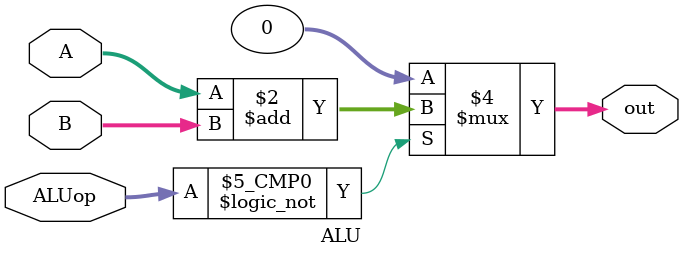
<source format=v>
`timescale 1ns/100ps 

//`include "Opcode.vh"
//`include "ALUop.vh"

module ALU(
    input [31:0] A,B,
    input [3:0] ALUop,
    output reg [31:0] out
);

    always @* begin
	case (ALUop)
		4'b0000: begin
			out = A + B;
		end
		default out = 0;
		endcase
	end
endmodule

</source>
